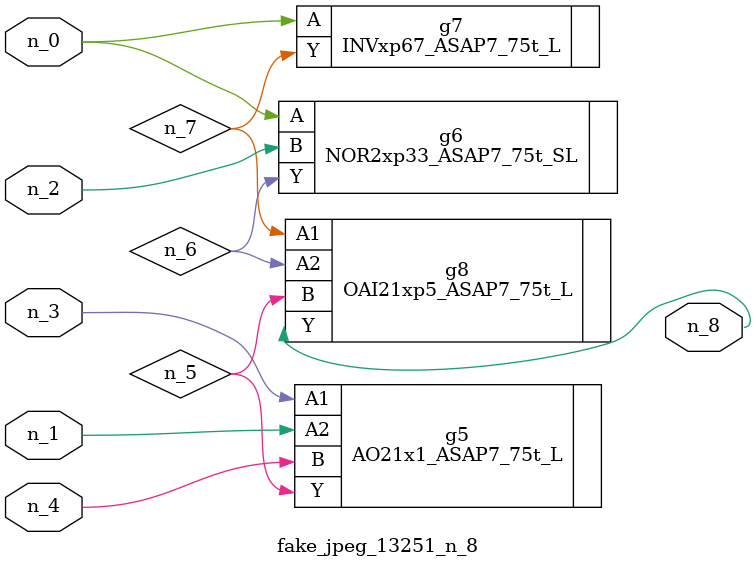
<source format=v>
module fake_jpeg_13251_n_8 (n_3, n_2, n_1, n_0, n_4, n_8);

input n_3;
input n_2;
input n_1;
input n_0;
input n_4;

output n_8;

wire n_6;
wire n_5;
wire n_7;

AO21x1_ASAP7_75t_L g5 ( 
.A1(n_3),
.A2(n_1),
.B(n_4),
.Y(n_5)
);

NOR2xp33_ASAP7_75t_SL g6 ( 
.A(n_0),
.B(n_2),
.Y(n_6)
);

INVxp67_ASAP7_75t_L g7 ( 
.A(n_0),
.Y(n_7)
);

OAI21xp5_ASAP7_75t_L g8 ( 
.A1(n_7),
.A2(n_6),
.B(n_5),
.Y(n_8)
);


endmodule
</source>
